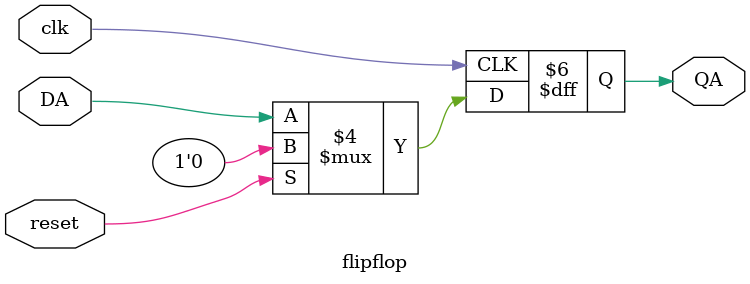
<source format=v>
`timescale 1ns / 1ps

module flipflop(clk, DA, reset, QA);
 input clk;
 input DA;

 input reset;
 output QA;

  
 reg QA;
 reg QB;

  
 always @ (posedge clk)
 begin
   if (reset == 0)
 begin
 QA <= DA;

 end
 else
 begin
 QA <= 0;
 
 end
 end
endmodule

</source>
